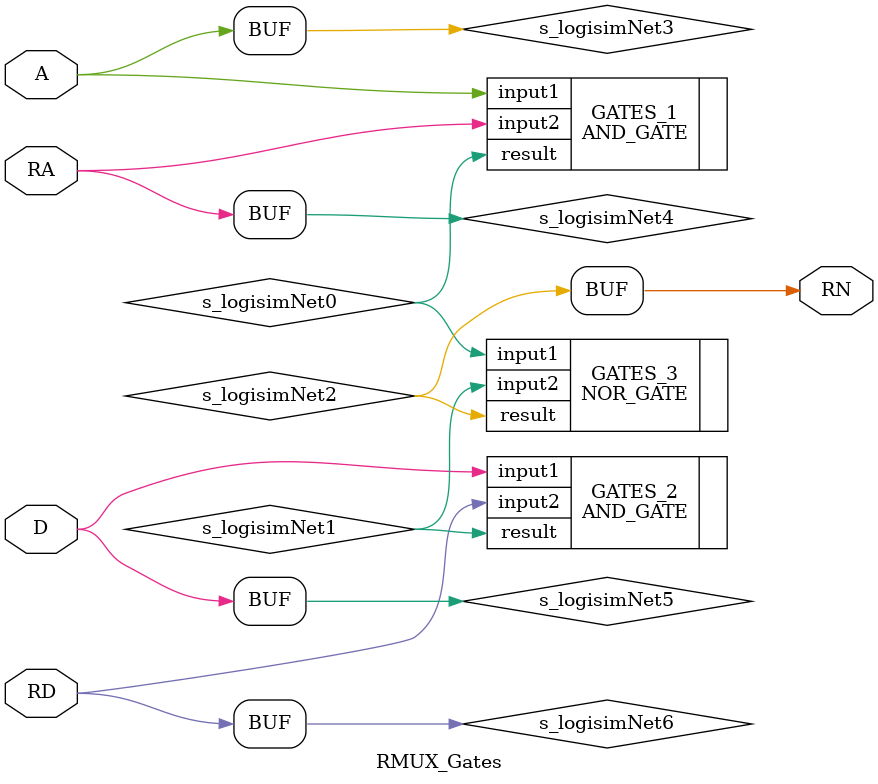
<source format=v>

/******************************************************************************
 ** Logisim-evolution goes FPGA automatic generated Verilog code             **
 ** https://github.com/logisim-evolution/                                    **
 **                                                                          **
 ** Component : RMUX_Gates                                                   **
 **                                                                          **
 *****************************************************************************/

module RMUX_Gates( A,
                   D,
                   RA,
                   RD,
                   RN );

   /*******************************************************************************
   ** The inputs are defined here                                                **
   *******************************************************************************/
   input A;
   input D;
   input RA;
   input RD;

   /*******************************************************************************
   ** The outputs are defined here                                               **
   *******************************************************************************/
   output RN;

   /*******************************************************************************
   ** The wires are defined here                                                 **
   *******************************************************************************/
   wire s_logisimNet0;
   wire s_logisimNet1;
   wire s_logisimNet2;
   wire s_logisimNet3;
   wire s_logisimNet4;
   wire s_logisimNet5;
   wire s_logisimNet6;

   /*******************************************************************************
   ** The module functionality is described here                                 **
   *******************************************************************************/

   /*******************************************************************************
   ** Here all input connections are defined                                     **
   *******************************************************************************/
   assign s_logisimNet3 = A;
   assign s_logisimNet4 = RA;
   assign s_logisimNet5 = D;
   assign s_logisimNet6 = RD;

   /*******************************************************************************
   ** Here all output connections are defined                                    **
   *******************************************************************************/
   assign RN = s_logisimNet2;

   /*******************************************************************************
   ** Here all normal components are defined                                     **
   *******************************************************************************/
   AND_GATE #(.BubblesMask(2'b00))
      GATES_1 (.input1(s_logisimNet3),
               .input2(s_logisimNet4),
               .result(s_logisimNet0));

   AND_GATE #(.BubblesMask(2'b00))
      GATES_2 (.input1(s_logisimNet5),
               .input2(s_logisimNet6),
               .result(s_logisimNet1));

   NOR_GATE #(.BubblesMask(2'b00))
      GATES_3 (.input1(s_logisimNet0),
               .input2(s_logisimNet1),
               .result(s_logisimNet2));


endmodule

</source>
